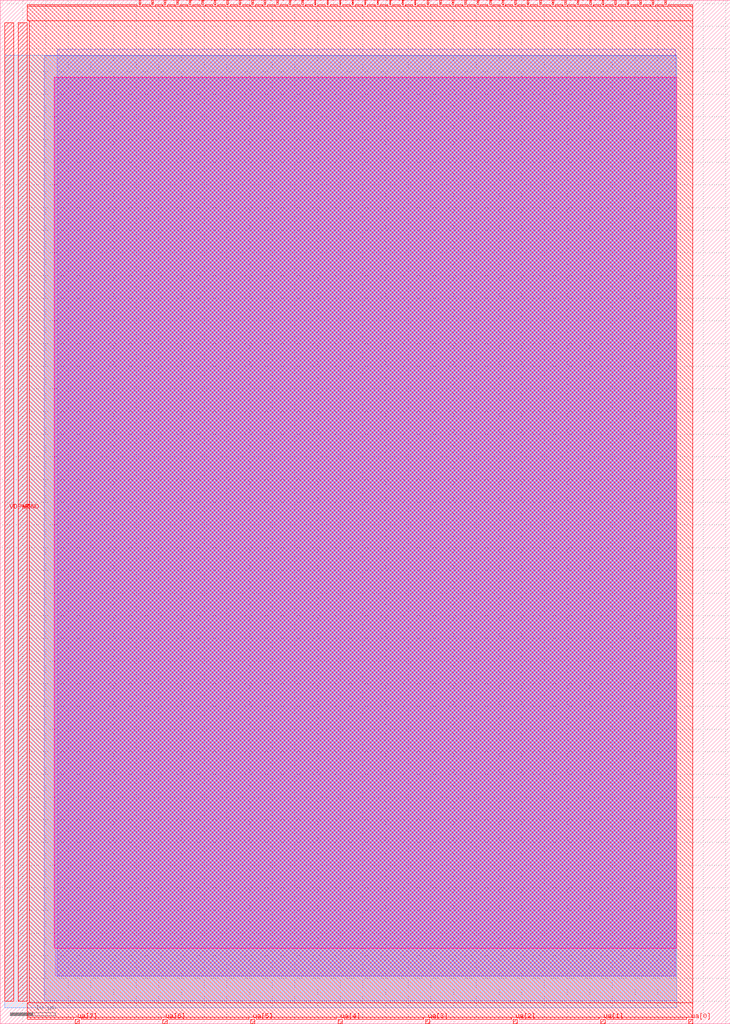
<source format=lef>
VERSION 5.7 ;
  NOWIREEXTENSIONATPIN ON ;
  DIVIDERCHAR "/" ;
  BUSBITCHARS "[]" ;
MACRO tt_um_mattvenn_relax_osc
  CLASS BLOCK ;
  FOREIGN tt_um_mattvenn_relax_osc ;
  ORIGIN 0.000 0.000 ;
  SIZE 161.000 BY 225.760 ;
  PIN clk
    DIRECTION INPUT ;
    USE SIGNAL ;
    PORT
      LAYER met4 ;
        RECT 143.830 224.760 144.130 225.760 ;
    END
  END clk
  PIN ena
    DIRECTION INPUT ;
    USE SIGNAL ;
    PORT
      LAYER met4 ;
        RECT 146.590 224.760 146.890 225.760 ;
    END
  END ena
  PIN rst_n
    DIRECTION INPUT ;
    USE SIGNAL ;
    PORT
      LAYER met4 ;
        RECT 141.070 224.760 141.370 225.760 ;
    END
  END rst_n
  PIN ua[0]
    DIRECTION INOUT ;
    USE SIGNAL ;
    ANTENNAGATEAREA 12.000000 ;
    ANTENNADIFFAREA 6.960000 ;
    PORT
      LAYER met4 ;
        RECT 151.810 0.000 152.710 1.000 ;
    END
  END ua[0]
  PIN ua[1]
    DIRECTION INOUT ;
    USE SIGNAL ;
    PORT
      LAYER met4 ;
        RECT 132.490 0.000 133.390 1.000 ;
    END
  END ua[1]
  PIN ua[2]
    DIRECTION INOUT ;
    USE SIGNAL ;
    PORT
      LAYER met4 ;
        RECT 113.170 0.000 114.070 1.000 ;
    END
  END ua[2]
  PIN ua[3]
    DIRECTION INOUT ;
    USE SIGNAL ;
    PORT
      LAYER met4 ;
        RECT 93.850 0.000 94.750 1.000 ;
    END
  END ua[3]
  PIN ua[4]
    DIRECTION INOUT ;
    USE SIGNAL ;
    PORT
      LAYER met4 ;
        RECT 74.530 0.000 75.430 1.000 ;
    END
  END ua[4]
  PIN ua[5]
    DIRECTION INOUT ;
    USE SIGNAL ;
    PORT
      LAYER met4 ;
        RECT 55.210 0.000 56.110 1.000 ;
    END
  END ua[5]
  PIN ua[6]
    DIRECTION INOUT ;
    USE SIGNAL ;
    PORT
      LAYER met4 ;
        RECT 35.890 0.000 36.790 1.000 ;
    END
  END ua[6]
  PIN ua[7]
    DIRECTION INOUT ;
    USE SIGNAL ;
    PORT
      LAYER met4 ;
        RECT 16.570 0.000 17.470 1.000 ;
    END
  END ua[7]
  PIN ui_in[0]
    DIRECTION INPUT ;
    USE SIGNAL ;
    PORT
      LAYER met4 ;
        RECT 138.310 224.760 138.610 225.760 ;
    END
  END ui_in[0]
  PIN ui_in[1]
    DIRECTION INPUT ;
    USE SIGNAL ;
    PORT
      LAYER met4 ;
        RECT 135.550 224.760 135.850 225.760 ;
    END
  END ui_in[1]
  PIN ui_in[2]
    DIRECTION INPUT ;
    USE SIGNAL ;
    PORT
      LAYER met4 ;
        RECT 132.790 224.760 133.090 225.760 ;
    END
  END ui_in[2]
  PIN ui_in[3]
    DIRECTION INPUT ;
    USE SIGNAL ;
    PORT
      LAYER met4 ;
        RECT 130.030 224.760 130.330 225.760 ;
    END
  END ui_in[3]
  PIN ui_in[4]
    DIRECTION INPUT ;
    USE SIGNAL ;
    PORT
      LAYER met4 ;
        RECT 127.270 224.760 127.570 225.760 ;
    END
  END ui_in[4]
  PIN ui_in[5]
    DIRECTION INPUT ;
    USE SIGNAL ;
    PORT
      LAYER met4 ;
        RECT 124.510 224.760 124.810 225.760 ;
    END
  END ui_in[5]
  PIN ui_in[6]
    DIRECTION INPUT ;
    USE SIGNAL ;
    PORT
      LAYER met4 ;
        RECT 121.750 224.760 122.050 225.760 ;
    END
  END ui_in[6]
  PIN ui_in[7]
    DIRECTION INPUT ;
    USE SIGNAL ;
    PORT
      LAYER met4 ;
        RECT 118.990 224.760 119.290 225.760 ;
    END
  END ui_in[7]
  PIN uio_in[0]
    DIRECTION INPUT ;
    USE SIGNAL ;
    PORT
      LAYER met4 ;
        RECT 116.230 224.760 116.530 225.760 ;
    END
  END uio_in[0]
  PIN uio_in[1]
    DIRECTION INPUT ;
    USE SIGNAL ;
    PORT
      LAYER met4 ;
        RECT 113.470 224.760 113.770 225.760 ;
    END
  END uio_in[1]
  PIN uio_in[2]
    DIRECTION INPUT ;
    USE SIGNAL ;
    PORT
      LAYER met4 ;
        RECT 110.710 224.760 111.010 225.760 ;
    END
  END uio_in[2]
  PIN uio_in[3]
    DIRECTION INPUT ;
    USE SIGNAL ;
    PORT
      LAYER met4 ;
        RECT 107.950 224.760 108.250 225.760 ;
    END
  END uio_in[3]
  PIN uio_in[4]
    DIRECTION INPUT ;
    USE SIGNAL ;
    PORT
      LAYER met4 ;
        RECT 105.190 224.760 105.490 225.760 ;
    END
  END uio_in[4]
  PIN uio_in[5]
    DIRECTION INPUT ;
    USE SIGNAL ;
    PORT
      LAYER met4 ;
        RECT 102.430 224.760 102.730 225.760 ;
    END
  END uio_in[5]
  PIN uio_in[6]
    DIRECTION INPUT ;
    USE SIGNAL ;
    PORT
      LAYER met4 ;
        RECT 99.670 224.760 99.970 225.760 ;
    END
  END uio_in[6]
  PIN uio_in[7]
    DIRECTION INPUT ;
    USE SIGNAL ;
    PORT
      LAYER met4 ;
        RECT 96.910 224.760 97.210 225.760 ;
    END
  END uio_in[7]
  PIN uio_oe[0]
    DIRECTION OUTPUT ;
    USE SIGNAL ;
    ANTENNADIFFAREA 66.742645 ;
    PORT
      LAYER met4 ;
        RECT 49.990 224.760 50.290 225.760 ;
    END
  END uio_oe[0]
  PIN uio_oe[1]
    DIRECTION OUTPUT ;
    USE SIGNAL ;
    ANTENNADIFFAREA 66.742645 ;
    PORT
      LAYER met4 ;
        RECT 47.230 224.760 47.530 225.760 ;
    END
  END uio_oe[1]
  PIN uio_oe[2]
    DIRECTION OUTPUT ;
    USE SIGNAL ;
    ANTENNADIFFAREA 66.742645 ;
    PORT
      LAYER met4 ;
        RECT 44.470 224.760 44.770 225.760 ;
    END
  END uio_oe[2]
  PIN uio_oe[3]
    DIRECTION OUTPUT ;
    USE SIGNAL ;
    ANTENNADIFFAREA 66.742645 ;
    PORT
      LAYER met4 ;
        RECT 41.710 224.760 42.010 225.760 ;
    END
  END uio_oe[3]
  PIN uio_oe[4]
    DIRECTION OUTPUT ;
    USE SIGNAL ;
    ANTENNADIFFAREA 66.742645 ;
    PORT
      LAYER met4 ;
        RECT 38.950 224.760 39.250 225.760 ;
    END
  END uio_oe[4]
  PIN uio_oe[5]
    DIRECTION OUTPUT ;
    USE SIGNAL ;
    ANTENNADIFFAREA 66.742645 ;
    PORT
      LAYER met4 ;
        RECT 36.190 224.760 36.490 225.760 ;
    END
  END uio_oe[5]
  PIN uio_oe[6]
    DIRECTION OUTPUT ;
    USE SIGNAL ;
    ANTENNADIFFAREA 66.742645 ;
    PORT
      LAYER met4 ;
        RECT 33.430 224.760 33.730 225.760 ;
    END
  END uio_oe[6]
  PIN uio_oe[7]
    DIRECTION OUTPUT ;
    USE SIGNAL ;
    ANTENNADIFFAREA 66.742645 ;
    PORT
      LAYER met4 ;
        RECT 30.670 224.760 30.970 225.760 ;
    END
  END uio_oe[7]
  PIN uio_out[0]
    DIRECTION OUTPUT ;
    USE SIGNAL ;
    ANTENNADIFFAREA 66.742645 ;
    PORT
      LAYER met4 ;
        RECT 72.070 224.760 72.370 225.760 ;
    END
  END uio_out[0]
  PIN uio_out[1]
    DIRECTION OUTPUT ;
    USE SIGNAL ;
    ANTENNADIFFAREA 66.742645 ;
    PORT
      LAYER met4 ;
        RECT 69.310 224.760 69.610 225.760 ;
    END
  END uio_out[1]
  PIN uio_out[2]
    DIRECTION OUTPUT ;
    USE SIGNAL ;
    ANTENNADIFFAREA 66.742645 ;
    PORT
      LAYER met4 ;
        RECT 66.550 224.760 66.850 225.760 ;
    END
  END uio_out[2]
  PIN uio_out[3]
    DIRECTION OUTPUT ;
    USE SIGNAL ;
    ANTENNADIFFAREA 66.742645 ;
    PORT
      LAYER met4 ;
        RECT 63.790 224.760 64.090 225.760 ;
    END
  END uio_out[3]
  PIN uio_out[4]
    DIRECTION OUTPUT ;
    USE SIGNAL ;
    ANTENNADIFFAREA 66.742645 ;
    PORT
      LAYER met4 ;
        RECT 61.030 224.760 61.330 225.760 ;
    END
  END uio_out[4]
  PIN uio_out[5]
    DIRECTION OUTPUT ;
    USE SIGNAL ;
    ANTENNADIFFAREA 66.742645 ;
    PORT
      LAYER met4 ;
        RECT 58.270 224.760 58.570 225.760 ;
    END
  END uio_out[5]
  PIN uio_out[6]
    DIRECTION OUTPUT ;
    USE SIGNAL ;
    ANTENNADIFFAREA 66.742645 ;
    PORT
      LAYER met4 ;
        RECT 55.510 224.760 55.810 225.760 ;
    END
  END uio_out[6]
  PIN uio_out[7]
    DIRECTION OUTPUT ;
    USE SIGNAL ;
    ANTENNADIFFAREA 66.742645 ;
    PORT
      LAYER met4 ;
        RECT 52.750 224.760 53.050 225.760 ;
    END
  END uio_out[7]
  PIN uo_out[0]
    DIRECTION OUTPUT ;
    USE SIGNAL ;
    ANTENNADIFFAREA 2.090400 ;
    PORT
      LAYER met4 ;
        RECT 94.150 224.760 94.450 225.760 ;
    END
  END uo_out[0]
  PIN uo_out[1]
    DIRECTION OUTPUT ;
    USE SIGNAL ;
    ANTENNADIFFAREA 66.742645 ;
    PORT
      LAYER met4 ;
        RECT 91.390 224.760 91.690 225.760 ;
    END
  END uo_out[1]
  PIN uo_out[2]
    DIRECTION OUTPUT ;
    USE SIGNAL ;
    ANTENNADIFFAREA 66.742645 ;
    PORT
      LAYER met4 ;
        RECT 88.630 224.760 88.930 225.760 ;
    END
  END uo_out[2]
  PIN uo_out[3]
    DIRECTION OUTPUT ;
    USE SIGNAL ;
    ANTENNADIFFAREA 66.742645 ;
    PORT
      LAYER met4 ;
        RECT 85.870 224.760 86.170 225.760 ;
    END
  END uo_out[3]
  PIN uo_out[4]
    DIRECTION OUTPUT ;
    USE SIGNAL ;
    ANTENNADIFFAREA 66.742645 ;
    PORT
      LAYER met4 ;
        RECT 83.110 224.760 83.410 225.760 ;
    END
  END uo_out[4]
  PIN uo_out[5]
    DIRECTION OUTPUT ;
    USE SIGNAL ;
    ANTENNADIFFAREA 66.742645 ;
    PORT
      LAYER met4 ;
        RECT 80.350 224.760 80.650 225.760 ;
    END
  END uo_out[5]
  PIN uo_out[6]
    DIRECTION OUTPUT ;
    USE SIGNAL ;
    ANTENNADIFFAREA 66.742645 ;
    PORT
      LAYER met4 ;
        RECT 77.590 224.760 77.890 225.760 ;
    END
  END uo_out[6]
  PIN uo_out[7]
    DIRECTION OUTPUT ;
    USE SIGNAL ;
    ANTENNADIFFAREA 66.742645 ;
    PORT
      LAYER met4 ;
        RECT 74.830 224.760 75.130 225.760 ;
    END
  END uo_out[7]
  PIN VDPWR
    DIRECTION INOUT ;
    USE POWER ;
    PORT
      LAYER met4 ;
        RECT 1.000 5.000 3.000 220.760 ;
    END
  END VDPWR
  PIN VGND
    DIRECTION INOUT ;
    USE GROUND ;
    PORT
      LAYER met4 ;
        RECT 4.000 5.000 6.000 220.760 ;
    END
  END VGND
  OBS
      LAYER nwell ;
        RECT 11.960 16.690 149.170 208.760 ;
      LAYER li1 ;
        RECT 12.140 10.590 148.770 208.580 ;
      LAYER met1 ;
        RECT 12.560 10.470 148.940 214.940 ;
      LAYER met2 ;
        RECT 9.720 5.110 149.170 213.530 ;
      LAYER met3 ;
        RECT 0.950 3.550 149.170 213.560 ;
      LAYER met4 ;
        RECT 6.000 224.360 30.270 224.760 ;
        RECT 31.370 224.360 33.030 224.760 ;
        RECT 34.130 224.360 35.790 224.760 ;
        RECT 36.890 224.360 38.550 224.760 ;
        RECT 39.650 224.360 41.310 224.760 ;
        RECT 42.410 224.360 44.070 224.760 ;
        RECT 45.170 224.360 46.830 224.760 ;
        RECT 47.930 224.360 49.590 224.760 ;
        RECT 50.690 224.360 52.350 224.760 ;
        RECT 53.450 224.360 55.110 224.760 ;
        RECT 56.210 224.360 57.870 224.760 ;
        RECT 58.970 224.360 60.630 224.760 ;
        RECT 61.730 224.360 63.390 224.760 ;
        RECT 64.490 224.360 66.150 224.760 ;
        RECT 67.250 224.360 68.910 224.760 ;
        RECT 70.010 224.360 71.670 224.760 ;
        RECT 72.770 224.360 74.430 224.760 ;
        RECT 75.530 224.360 77.190 224.760 ;
        RECT 78.290 224.360 79.950 224.760 ;
        RECT 81.050 224.360 82.710 224.760 ;
        RECT 83.810 224.360 85.470 224.760 ;
        RECT 86.570 224.360 88.230 224.760 ;
        RECT 89.330 224.360 90.990 224.760 ;
        RECT 92.090 224.360 93.750 224.760 ;
        RECT 94.850 224.360 96.510 224.760 ;
        RECT 97.610 224.360 99.270 224.760 ;
        RECT 100.370 224.360 102.030 224.760 ;
        RECT 103.130 224.360 104.790 224.760 ;
        RECT 105.890 224.360 107.550 224.760 ;
        RECT 108.650 224.360 110.310 224.760 ;
        RECT 111.410 224.360 113.070 224.760 ;
        RECT 114.170 224.360 115.830 224.760 ;
        RECT 116.930 224.360 118.590 224.760 ;
        RECT 119.690 224.360 121.350 224.760 ;
        RECT 122.450 224.360 124.110 224.760 ;
        RECT 125.210 224.360 126.870 224.760 ;
        RECT 127.970 224.360 129.630 224.760 ;
        RECT 130.730 224.360 132.390 224.760 ;
        RECT 133.490 224.360 135.150 224.760 ;
        RECT 136.250 224.360 137.910 224.760 ;
        RECT 139.010 224.360 140.670 224.760 ;
        RECT 141.770 224.360 143.430 224.760 ;
        RECT 144.530 224.360 146.190 224.760 ;
        RECT 147.290 224.360 152.710 224.760 ;
        RECT 6.000 221.160 152.710 224.360 ;
        RECT 6.400 4.600 152.710 221.160 ;
        RECT 6.000 1.400 152.710 4.600 ;
        RECT 6.000 1.000 16.170 1.400 ;
        RECT 17.870 1.000 35.490 1.400 ;
        RECT 37.190 1.000 54.810 1.400 ;
        RECT 56.510 1.000 74.130 1.400 ;
        RECT 75.830 1.000 93.450 1.400 ;
        RECT 95.150 1.000 112.770 1.400 ;
        RECT 114.470 1.000 132.090 1.400 ;
        RECT 133.790 1.000 151.410 1.400 ;
  END
END tt_um_mattvenn_relax_osc
END LIBRARY


</source>
